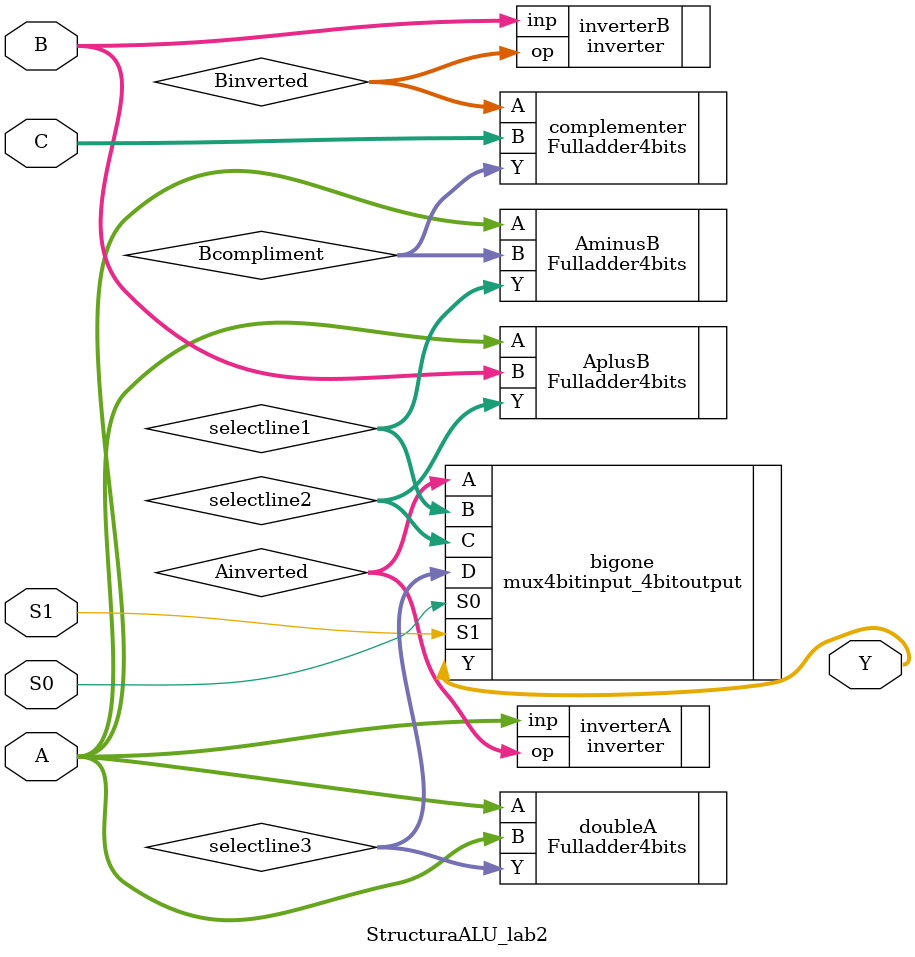
<source format=v>
`timescale 1ns / 1ps
module StructuraALU_lab2(A,B,S0,S1,C,Y);

	input [3:0] A;
	input [3:0] B;
	input S0;
	input S1;
	input [3:0] C;
	
	output[3:0] Y;


	wire[3:0]Ainverted;
	wire [3:0] Binverted;
	wire [3:0] Bcompliment;
	wire [3:0] selectline1;
	wire [3:0] selectline2;
	wire [3:0] selectline3; 

	inverter inverterA(
	.inp(A),
	.op(Ainverted));
	
	inverter inverterB(
	.inp(B),
	.op(Binverted));

	Fulladder4bits complementer(
	.A(Binverted),
	.B(C),
	.Y(Bcompliment));

	Fulladder4bits AplusB(
	.A(A),
	.B(B),
	.Y(selectline2));
	
	Fulladder4bits AminusB(
	.A(A),
	.B(Bcompliment),
	.Y(selectline1));
	
	Fulladder4bits doubleA(
	.A(A),
	.B(A),
	.Y(selectline3));

	mux4bitinput_4bitoutput bigone(
	.A(Ainverted),
	.B(selectline1),
	.C(selectline2),
	.D(selectline3),
	.Y(Y),
	.S1(S1),
	.S0(S0));
	
	


endmodule

</source>
